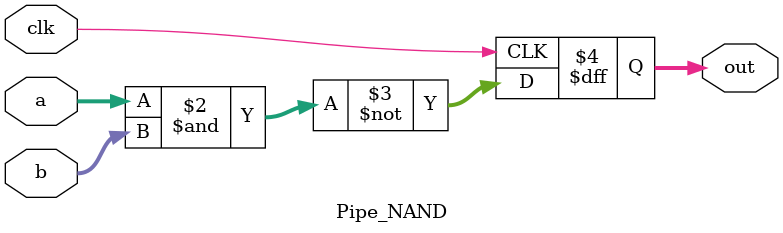
<source format=sv>
module Pipe_NAND(
    input clk,
    input [15:0] a, b,
    output reg [15:0] out
);
    always @(posedge clk) begin
        out <= ~(a & b);  // 流水线寄存器
    end
endmodule

</source>
